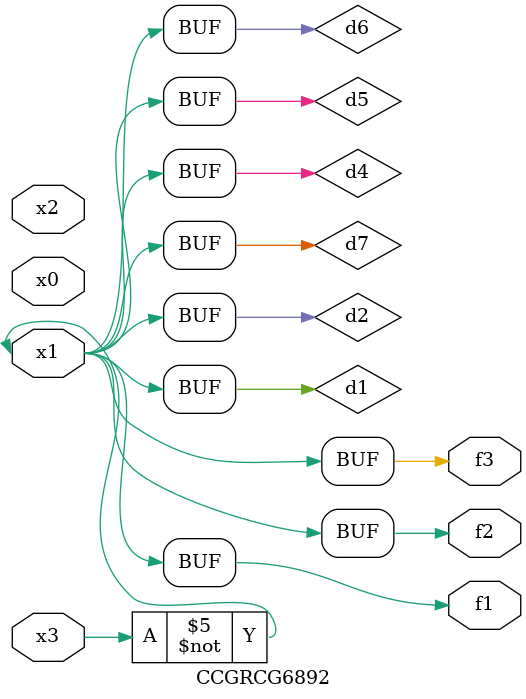
<source format=v>
module CCGRCG6892(
	input x0, x1, x2, x3,
	output f1, f2, f3
);

	wire d1, d2, d3, d4, d5, d6, d7;

	not (d1, x3);
	buf (d2, x1);
	xnor (d3, d1, d2);
	nor (d4, d1);
	buf (d5, d1, d2);
	buf (d6, d4, d5);
	nand (d7, d4);
	assign f1 = d6;
	assign f2 = d7;
	assign f3 = d6;
endmodule

</source>
